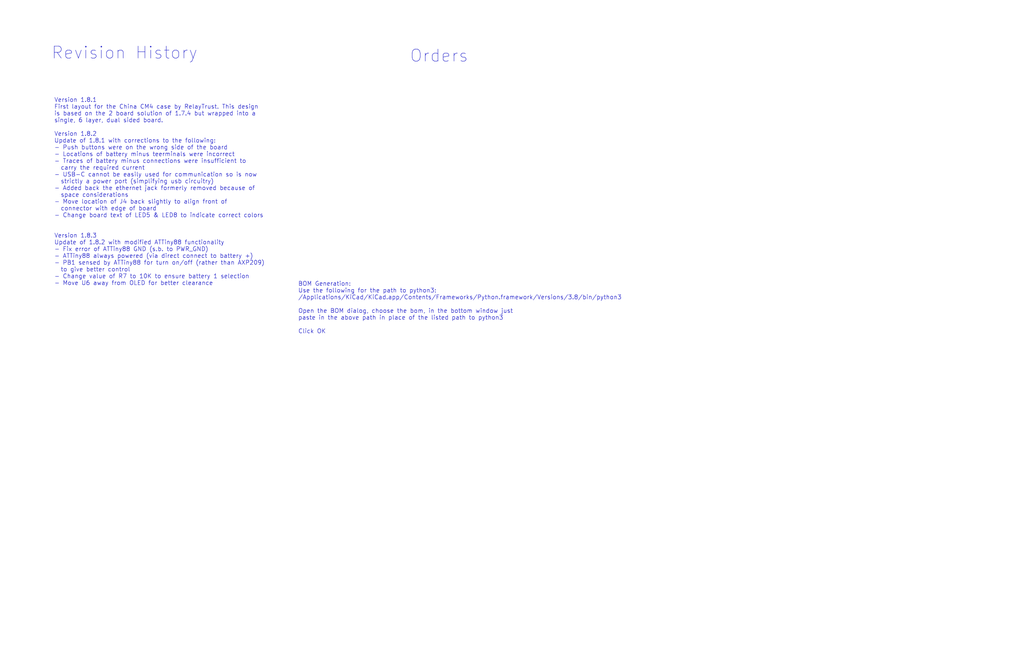
<source format=kicad_sch>
(kicad_sch (version 20211123) (generator eeschema)
  (paper "B")
  (title_block (title "ConnectBox CM4 for China Case") (date "2022-04-07") (rev "1.8.3") (comment 1 "JRA"))
  (lib_symbols)
  (text "Orders" (at 172.72 26.67 0) (effects (font (size 5.08 5.08)) (justify left bottom)))
  (text "BOM Generation:\nUse the following for the path to python3:\n/Applications/KiCad/KiCad.app/Contents/Frameworks/Python.framework/Versions/3.8/bin/python3\n\nOpen the BOM dialog, choose the bom, in the bottom window just \npaste in the above path in place of the listed path to python3\n\nClick OK " (at 125.73 140.97 0) (effects (font (size 1.778 1.778)) (justify left bottom)))
  (text "Version 1.8.1\nFirst layout for the China CM4 case by RelayTrust. This design\nis based on the 2 board solution of 1.7.4 but wrapped into a \nsingle, 6 layer, dual sided board.\n\nVersion 1.8.2\nUpdate of 1.8.1 with corrections to the following:\n- Push buttons were on the wrong side of the board\n- Locations of battery minus teerminals were incorrect\n- Traces of battery minus connections were insufficient to\n  carry the required current\n- USB-C cannot be easily used for communication so is now \n  strictly a power port (simplifying usb circuitry)\n- Added back the ethernet jack formerly removed because of\n  space considerations\n- Move location of J4 back slightly to align front of \n  connector with edge of board\n- Change board text of LED5 & LED8 to indicate correct colors\n\n \nVersion 1.8.3\nUpdate of 1.8.2 with modified ATTiny88 functionality\n- Fix error of ATTiny88 GND (s.b. to PWR_GND)\n- ATTiny88 always powered (via direct connect to battery +)\n- PB1 sensed by ATTiny88 for turn on/off (rather than AXP209)\n  to give better control\n- Change value of R7 to 10K to ensure battery 1 selection\n- Move U6 away from OLED for better clearance\n\n " (at 22.86 126.365 0) (effects (font (size 1.778 1.778)) (justify left bottom)))
  (text "Revision History" (at 21.59 25.4 0) (effects (font (size 5.08 5.08)) (justify left bottom)))
)
</source>
